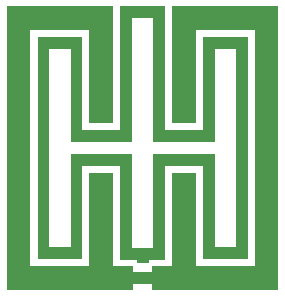
<source format=gtl>
G04*
G04 #@! TF.GenerationSoftware,Altium Limited,Altium Designer,20.0.13 (296)*
G04*
G04 Layer_Physical_Order=1*
G04 Layer_Color=255*
%FSLAX25Y25*%
%MOIN*%
G70*
G01*
G75*
%ADD11R,0.03937X0.02362*%
%ADD12R,0.03937X0.07874*%
%ADD15C,0.03937*%
%ADD16R,0.07087X0.03937*%
G36*
X41339Y59449D02*
X33465D01*
Y90551D01*
X33465Y90551D01*
X13780D01*
Y11811D01*
X33465D01*
Y42913D01*
X41339D01*
Y11811D01*
X46063D01*
Y3937D01*
X5906D01*
Y98425D01*
X5906Y98425D01*
X41339D01*
Y59449D01*
D02*
G37*
G36*
X43701Y98425D02*
X58661D01*
Y57087D01*
X71260D01*
X71260Y57087D01*
Y88189D01*
X86221D01*
X86221Y88189D01*
Y14173D01*
X71260D01*
X71260Y14173D01*
Y45276D01*
X58661D01*
X58661Y45276D01*
Y13805D01*
X53081D01*
Y17742D01*
X54724D01*
X54724Y17743D01*
Y49213D01*
X75197D01*
X75197Y49213D01*
Y18110D01*
X82284D01*
Y84252D01*
X75197D01*
Y53150D01*
X54724D01*
X54724Y53150D01*
Y94488D01*
X47638D01*
X47638Y94488D01*
Y53150D01*
X27165D01*
X27165Y53150D01*
Y84252D01*
X20079D01*
X20079Y84252D01*
Y18110D01*
X27165D01*
X27165Y18110D01*
Y49213D01*
X47638D01*
X47638Y49213D01*
X47638Y49213D01*
Y17742D01*
X49281D01*
Y13805D01*
X43701D01*
Y45276D01*
X43701Y45276D01*
X31102D01*
Y14173D01*
X31102Y14173D01*
X31102Y14173D01*
X16142D01*
Y88189D01*
X16142Y88189D01*
X31102D01*
Y57087D01*
X31102Y57087D01*
X31102Y57087D01*
X43701D01*
Y98425D01*
X43701Y98425D01*
D02*
G37*
G36*
X61024Y98425D02*
X96457D01*
Y3937D01*
X96457Y3937D01*
X56299D01*
Y11811D01*
X61024D01*
Y42913D01*
X68898D01*
Y11811D01*
X88583D01*
Y90551D01*
X68898D01*
Y59449D01*
X68898Y59449D01*
X61024D01*
Y98425D01*
X61024Y98425D01*
D02*
G37*
D11*
X51181Y13780D02*
D03*
Y13805D02*
D03*
D12*
X46063Y7874D02*
D03*
X56299D02*
D03*
Y7900D02*
D03*
X46063D02*
D03*
D15*
Y7874D02*
X56299D01*
D16*
X51181Y96457D02*
D03*
Y15774D02*
D03*
M02*

</source>
